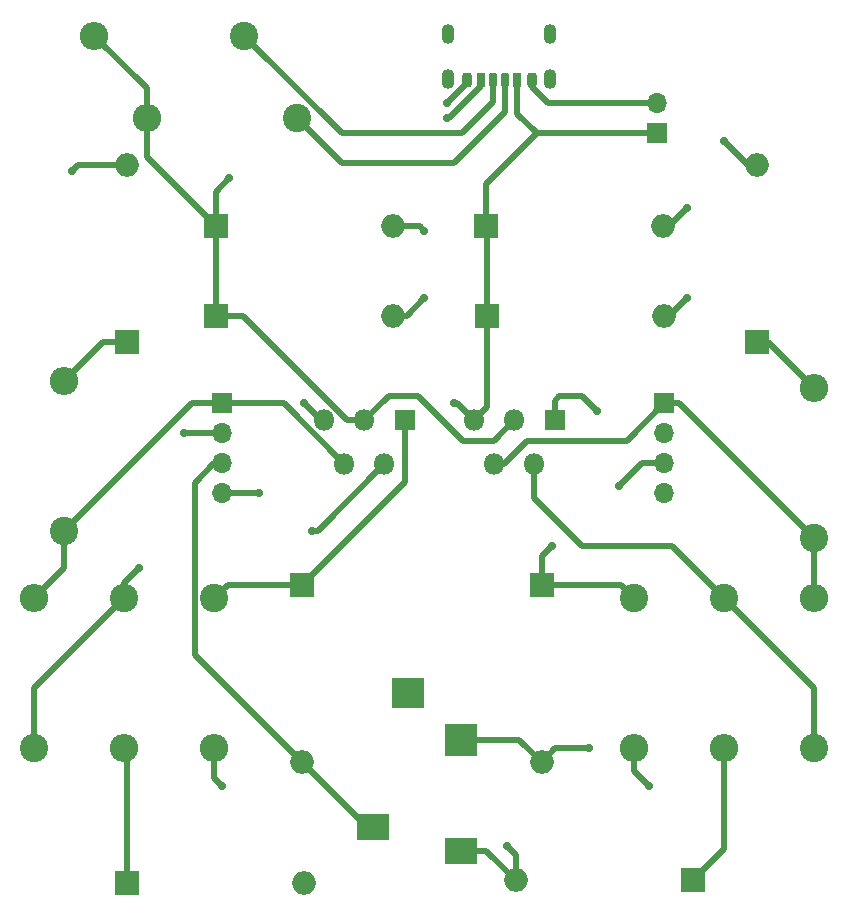
<source format=gbr>
%TF.GenerationSoftware,KiCad,Pcbnew,7.0.11-2.fc39*%
%TF.CreationDate,2024-04-27T19:47:06+02:00*%
%TF.ProjectId,tda2050-devboard,74646132-3035-4302-9d64-6576626f6172,rev?*%
%TF.SameCoordinates,Original*%
%TF.FileFunction,Copper,L1,Top*%
%TF.FilePolarity,Positive*%
%FSLAX46Y46*%
G04 Gerber Fmt 4.6, Leading zero omitted, Abs format (unit mm)*
G04 Created by KiCad (PCBNEW 7.0.11-2.fc39) date 2024-04-27 19:47:06*
%MOMM*%
%LPD*%
G01*
G04 APERTURE LIST*
G04 Aperture macros list*
%AMRoundRect*
0 Rectangle with rounded corners*
0 $1 Rounding radius*
0 $2 $3 $4 $5 $6 $7 $8 $9 X,Y pos of 4 corners*
0 Add a 4 corners polygon primitive as box body*
4,1,4,$2,$3,$4,$5,$6,$7,$8,$9,$2,$3,0*
0 Add four circle primitives for the rounded corners*
1,1,$1+$1,$2,$3*
1,1,$1+$1,$4,$5*
1,1,$1+$1,$6,$7*
1,1,$1+$1,$8,$9*
0 Add four rect primitives between the rounded corners*
20,1,$1+$1,$2,$3,$4,$5,0*
20,1,$1+$1,$4,$5,$6,$7,0*
20,1,$1+$1,$6,$7,$8,$9,0*
20,1,$1+$1,$8,$9,$2,$3,0*%
G04 Aperture macros list end*
%TA.AperFunction,SMDPad,CuDef*%
%ADD10RoundRect,0.175000X0.175000X0.425000X-0.175000X0.425000X-0.175000X-0.425000X0.175000X-0.425000X0*%
%TD*%
%TA.AperFunction,SMDPad,CuDef*%
%ADD11RoundRect,0.190000X-0.190000X-0.410000X0.190000X-0.410000X0.190000X0.410000X-0.190000X0.410000X0*%
%TD*%
%TA.AperFunction,SMDPad,CuDef*%
%ADD12RoundRect,0.200000X-0.200000X-0.400000X0.200000X-0.400000X0.200000X0.400000X-0.200000X0.400000X0*%
%TD*%
%TA.AperFunction,SMDPad,CuDef*%
%ADD13RoundRect,0.175000X-0.175000X-0.425000X0.175000X-0.425000X0.175000X0.425000X-0.175000X0.425000X0*%
%TD*%
%TA.AperFunction,SMDPad,CuDef*%
%ADD14RoundRect,0.190000X0.190000X0.410000X-0.190000X0.410000X-0.190000X-0.410000X0.190000X-0.410000X0*%
%TD*%
%TA.AperFunction,SMDPad,CuDef*%
%ADD15RoundRect,0.200000X0.200000X0.400000X-0.200000X0.400000X-0.200000X-0.400000X0.200000X-0.400000X0*%
%TD*%
%TA.AperFunction,ComponentPad*%
%ADD16O,1.100000X1.700000*%
%TD*%
%TA.AperFunction,ComponentPad*%
%ADD17O,1.800000X1.800000*%
%TD*%
%TA.AperFunction,ComponentPad*%
%ADD18R,1.800000X1.800000*%
%TD*%
%TA.AperFunction,ComponentPad*%
%ADD19C,2.400000*%
%TD*%
%TA.AperFunction,ComponentPad*%
%ADD20O,2.400000X2.400000*%
%TD*%
%TA.AperFunction,SMDPad,CuDef*%
%ADD21R,2.800000X2.200000*%
%TD*%
%TA.AperFunction,SMDPad,CuDef*%
%ADD22R,2.800000X2.800000*%
%TD*%
%TA.AperFunction,SMDPad,CuDef*%
%ADD23R,2.800000X2.600000*%
%TD*%
%TA.AperFunction,ComponentPad*%
%ADD24R,1.700000X1.700000*%
%TD*%
%TA.AperFunction,ComponentPad*%
%ADD25O,1.700000X1.700000*%
%TD*%
%TA.AperFunction,ComponentPad*%
%ADD26O,2.000000X2.000000*%
%TD*%
%TA.AperFunction,ComponentPad*%
%ADD27R,2.000000X2.000000*%
%TD*%
%TA.AperFunction,ViaPad*%
%ADD28C,0.700000*%
%TD*%
%TA.AperFunction,Conductor*%
%ADD29C,0.500000*%
%TD*%
G04 APERTURE END LIST*
D10*
%TO.P,J5,A5,CC1*%
%TO.N,Net-(J5-CC1)*%
X158615000Y-65945000D03*
D11*
%TO.P,J5,A9,VBUS*%
%TO.N,/VS+*%
X156595000Y-65945000D03*
D12*
%TO.P,J5,A12,GND*%
%TO.N,/VS-*%
X155365000Y-65945000D03*
D13*
%TO.P,J5,B5,CC2*%
%TO.N,Net-(J5-CC2)*%
X157615000Y-65945000D03*
D14*
%TO.P,J5,B9,VBUS*%
%TO.N,/VS+*%
X159635000Y-65945000D03*
D15*
%TO.P,J5,B12,GND*%
%TO.N,/VS-*%
X160865000Y-65945000D03*
D16*
%TO.P,J5,S1,SHIELD*%
%TO.N,unconnected-(J5-SHIELD-PadS1)*%
X162435000Y-65865000D03*
X162435000Y-62065000D03*
X153795000Y-65865000D03*
X153795000Y-62065000D03*
%TD*%
D17*
%TO.P,U2,5,+Vs*%
%TO.N,/VS+*%
X155985000Y-94775000D03*
%TO.P,U2,4*%
%TO.N,/SPEAKER_LEFT+*%
X157685000Y-98475000D03*
%TO.P,U2,3,-Vs*%
%TO.N,/VS-*%
X159385000Y-94775000D03*
%TO.P,U2,2,-*%
%TO.N,Net-(U2--)*%
X161085000Y-98475000D03*
D18*
%TO.P,U2,1,+*%
%TO.N,Net-(U2-+)*%
X162785000Y-94775000D03*
%TD*%
D17*
%TO.P,U1,5,+Vs*%
%TO.N,/VS+*%
X143285000Y-94775000D03*
%TO.P,U1,4*%
%TO.N,/SPEAKER_RIGHT+*%
X144985000Y-98475000D03*
%TO.P,U1,3,-Vs*%
%TO.N,/VS-*%
X146685000Y-94775000D03*
%TO.P,U1,2,-*%
%TO.N,Net-(U1--)*%
X148385000Y-98475000D03*
D18*
%TO.P,U1,1,+*%
%TO.N,Net-(U1-+)*%
X150085000Y-94775000D03*
%TD*%
D19*
%TO.P,R10-22k,1*%
%TO.N,Net-(J5-CC1)*%
X140970000Y-69215000D03*
D20*
%TO.P,R10-22k,2*%
%TO.N,/VS-*%
X128270000Y-69215000D03*
%TD*%
D19*
%TO.P,R9-22k,1*%
%TO.N,Net-(J5-CC2)*%
X136525000Y-62230000D03*
D20*
%TO.P,R9-22k,2*%
%TO.N,/VS-*%
X123825000Y-62230000D03*
%TD*%
D19*
%TO.P,R8-2.2,1*%
%TO.N,/SPEAKER_LEFT+*%
X184785000Y-104775000D03*
D20*
%TO.P,R8-2.2,2*%
%TO.N,Net-(C14-Pad1)*%
X184785000Y-92075000D03*
%TD*%
%TO.P,R7-22k,2*%
%TO.N,/SPEAKER_LEFT+*%
X184785000Y-109855000D03*
D19*
%TO.P,R7-22k,1*%
%TO.N,Net-(U2--)*%
X184785000Y-122555000D03*
%TD*%
D20*
%TO.P,R6-680,2*%
%TO.N,Net-(C9-Pad1)*%
X177165000Y-122555000D03*
D19*
%TO.P,R6-680,1*%
%TO.N,Net-(U2--)*%
X177165000Y-109855000D03*
%TD*%
D20*
%TO.P,R5-22k,2*%
%TO.N,GND*%
X169545000Y-122555000D03*
D19*
%TO.P,R5-22k,1*%
%TO.N,Net-(U2-+)*%
X169545000Y-109855000D03*
%TD*%
%TO.P,R4-22k,1*%
%TO.N,Net-(U1-+)*%
X133985000Y-109855000D03*
D20*
%TO.P,R4-22k,2*%
%TO.N,GND*%
X133985000Y-122555000D03*
%TD*%
D19*
%TO.P,R3-680,1*%
%TO.N,Net-(U1--)*%
X126365000Y-109855000D03*
D20*
%TO.P,R3-680,2*%
%TO.N,Net-(C4-Pad1)*%
X126365000Y-122555000D03*
%TD*%
%TO.P,R2-22k,2*%
%TO.N,/SPEAKER_RIGHT+*%
X118745000Y-109855000D03*
D19*
%TO.P,R2-22k,1*%
%TO.N,Net-(U1--)*%
X118745000Y-122555000D03*
%TD*%
%TO.P,R1-2.2,1*%
%TO.N,/SPEAKER_RIGHT+*%
X121285000Y-104140000D03*
D20*
%TO.P,R1-2.2,2*%
%TO.N,Net-(C7-Pad1)*%
X121285000Y-91440000D03*
%TD*%
D21*
%TO.P,J4,R*%
%TO.N,/IN_RIGHT*%
X147430000Y-129235000D03*
%TO.P,J4,S*%
%TO.N,GND*%
X154830000Y-131235000D03*
D22*
%TO.P,J4,T*%
%TO.N,/IN_LEFT*%
X154830000Y-121835000D03*
D23*
%TO.P,J4,TN*%
%TO.N,N/C*%
X150380000Y-117835000D03*
%TD*%
D24*
%TO.P,J3,1,Pin_1*%
%TO.N,/SPEAKER_LEFT+*%
X172085000Y-93345000D03*
D25*
%TO.P,J3,2,Pin_2*%
%TO.N,GND*%
X172085000Y-95885000D03*
%TO.P,J3,3,Pin_3*%
%TO.N,/IN_LEFT*%
X172085000Y-98425000D03*
%TO.P,J3,4,Pin_4*%
%TO.N,GND*%
X172085000Y-100965000D03*
%TD*%
%TO.P,J2,2,Pin_2*%
%TO.N,/VS-*%
X171450000Y-67945000D03*
D24*
%TO.P,J2,1,Pin_1*%
%TO.N,/VS+*%
X171450000Y-70485000D03*
%TD*%
%TO.P,J1,1,Pin_1*%
%TO.N,/SPEAKER_RIGHT+*%
X134620000Y-93345000D03*
D25*
%TO.P,J1,2,Pin_2*%
%TO.N,GND*%
X134620000Y-95885000D03*
%TO.P,J1,3,Pin_3*%
%TO.N,/IN_RIGHT*%
X134620000Y-98425000D03*
%TO.P,J1,4,Pin_4*%
%TO.N,GND*%
X134620000Y-100965000D03*
%TD*%
D26*
%TO.P,C14-0.47u,2*%
%TO.N,GND*%
X179947500Y-73145000D03*
D27*
%TO.P,C14-0.47u,1*%
%TO.N,Net-(C14-Pad1)*%
X179947500Y-88145000D03*
%TD*%
D26*
%TO.P,C9-22u,2*%
%TO.N,GND*%
X159505000Y-133742500D03*
D27*
%TO.P,C9-22u,1*%
%TO.N,Net-(C9-Pad1)*%
X174505000Y-133742500D03*
%TD*%
%TO.P,C8-100n,1*%
%TO.N,/VS-*%
X134105000Y-85967500D03*
D26*
%TO.P,C8-100n,2*%
%TO.N,GND*%
X149105000Y-85967500D03*
%TD*%
%TO.P,C7-0.47u,2*%
%TO.N,GND*%
X126607500Y-73145000D03*
D27*
%TO.P,C7-0.47u,1*%
%TO.N,Net-(C7-Pad1)*%
X126607500Y-88145000D03*
%TD*%
%TO.P,C6-1u,1*%
%TO.N,Net-(U2-+)*%
X161682500Y-108705000D03*
D26*
%TO.P,C6-1u,2*%
%TO.N,/IN_LEFT*%
X161682500Y-123705000D03*
%TD*%
D27*
%TO.P,C5-220u,1*%
%TO.N,/VS-*%
X134105000Y-78347500D03*
D26*
%TO.P,C5-220u,2*%
%TO.N,GND*%
X149105000Y-78347500D03*
%TD*%
%TO.P,C4-22u,2*%
%TO.N,GND*%
X141605000Y-133985000D03*
D27*
%TO.P,C4-22u,1*%
%TO.N,Net-(C4-Pad1)*%
X126605000Y-133985000D03*
%TD*%
D26*
%TO.P,C3-1u,2*%
%TO.N,/IN_RIGHT*%
X141362500Y-123705000D03*
D27*
%TO.P,C3-1u,1*%
%TO.N,Net-(U1-+)*%
X141362500Y-108705000D03*
%TD*%
%TO.P,C2-100n,1*%
%TO.N,/VS+*%
X156965000Y-78347500D03*
D26*
%TO.P,C2-100n,2*%
%TO.N,GND*%
X171965000Y-78347500D03*
%TD*%
%TO.P,C1-220u,2*%
%TO.N,GND*%
X172085000Y-85967500D03*
D27*
%TO.P,C1-220u,1*%
%TO.N,/VS+*%
X157085000Y-85967500D03*
%TD*%
D28*
%TO.N,Net-(U2-+)*%
X166370000Y-93980000D03*
X162560000Y-105410000D03*
%TO.N,/IN_LEFT*%
X165735000Y-122555000D03*
X168275000Y-100330000D03*
%TO.N,/VS+*%
X154305000Y-93345000D03*
X141605000Y-93345000D03*
%TO.N,GND*%
X177165000Y-71120000D03*
X173990000Y-84455000D03*
X173990000Y-76835000D03*
X151765000Y-84455000D03*
X151765000Y-78740000D03*
X121920000Y-73660000D03*
%TO.N,/VS-*%
X135255000Y-74295000D03*
%TO.N,GND*%
X137795000Y-100965000D03*
X131445000Y-95885000D03*
X158750000Y-130810000D03*
X170815000Y-125730000D03*
X134620000Y-125730000D03*
%TO.N,Net-(U1--)*%
X142240000Y-104140000D03*
X127635000Y-107315000D03*
%TO.N,/VS+*%
X153670000Y-69215000D03*
%TO.N,/VS-*%
X153670000Y-67945000D03*
%TD*%
D29*
%TO.N,/SPEAKER_LEFT+*%
X172085000Y-93345000D02*
X168910000Y-96520000D01*
X168910000Y-96520000D02*
X160465000Y-96520000D01*
X158510000Y-98475000D02*
X157685000Y-98475000D01*
X160465000Y-96520000D02*
X158510000Y-98475000D01*
%TO.N,Net-(U2-+)*%
X163195000Y-92710000D02*
X162785000Y-93120000D01*
X161682500Y-106287500D02*
X162560000Y-105410000D01*
X166370000Y-93980000D02*
X165100000Y-92710000D01*
X165100000Y-92710000D02*
X163195000Y-92710000D01*
X161682500Y-108705000D02*
X161682500Y-106287500D01*
X162785000Y-93120000D02*
X162785000Y-94775000D01*
%TO.N,Net-(C14-Pad1)*%
X179947500Y-88145000D02*
X180855000Y-88145000D01*
X180855000Y-88145000D02*
X184785000Y-92075000D01*
%TO.N,/VS+*%
X156965000Y-78347500D02*
X156965000Y-74810000D01*
X156965000Y-74810000D02*
X161290000Y-70485000D01*
X161290000Y-70485000D02*
X171450000Y-70485000D01*
X159635000Y-68830000D02*
X161290000Y-70485000D01*
X159635000Y-65945000D02*
X159635000Y-68830000D01*
%TO.N,/VS-*%
X136386689Y-85967500D02*
X145194189Y-94775000D01*
%TO.N,Net-(U2-+)*%
X161682500Y-108705000D02*
X168395000Y-108705000D01*
X168395000Y-108705000D02*
X169545000Y-109855000D01*
%TO.N,/SPEAKER_RIGHT+*%
X134620000Y-93345000D02*
X132080000Y-93345000D01*
X132080000Y-93345000D02*
X121285000Y-104140000D01*
%TO.N,/IN_LEFT*%
X165735000Y-122555000D02*
X162832500Y-122555000D01*
X172085000Y-98425000D02*
X170180000Y-98425000D01*
X170180000Y-98425000D02*
X168275000Y-100330000D01*
X162832500Y-122555000D02*
X161682500Y-123705000D01*
%TO.N,Net-(C9-Pad1)*%
X177165000Y-122555000D02*
X177165000Y-131082500D01*
X177165000Y-131082500D02*
X174505000Y-133742500D01*
%TO.N,Net-(U2--)*%
X177165000Y-109855000D02*
X184785000Y-117475000D01*
X184785000Y-117475000D02*
X184785000Y-122555000D01*
X161085000Y-101395000D02*
X165100000Y-105410000D01*
X161085000Y-98475000D02*
X161085000Y-101395000D01*
X165100000Y-105410000D02*
X172720000Y-105410000D01*
X172720000Y-105410000D02*
X177165000Y-109855000D01*
%TO.N,/VS-*%
X159385000Y-94775000D02*
X157640000Y-96520000D01*
X157640000Y-96520000D02*
X155052500Y-96520000D01*
X155052500Y-96520000D02*
X151242500Y-92710000D01*
X151242500Y-92710000D02*
X148750000Y-92710000D01*
X148750000Y-92710000D02*
X146685000Y-94775000D01*
%TO.N,/VS+*%
X143285000Y-94775000D02*
X143035000Y-94775000D01*
X154305000Y-93345000D02*
X154555000Y-93345000D01*
X143035000Y-94775000D02*
X141605000Y-93345000D01*
X154555000Y-93345000D02*
X155985000Y-94775000D01*
%TO.N,/SPEAKER_LEFT+*%
X184785000Y-104775000D02*
X173355000Y-93345000D01*
X173355000Y-93345000D02*
X172085000Y-93345000D01*
X184785000Y-104775000D02*
X184785000Y-109855000D01*
%TO.N,GND*%
X179190000Y-73145000D02*
X177165000Y-71120000D01*
X179947500Y-73145000D02*
X179190000Y-73145000D01*
X172477500Y-85967500D02*
X173990000Y-84455000D01*
X172085000Y-85967500D02*
X172477500Y-85967500D01*
X172477500Y-78347500D02*
X173990000Y-76835000D01*
X171965000Y-78347500D02*
X172477500Y-78347500D01*
X150252500Y-85967500D02*
X151765000Y-84455000D01*
X149105000Y-85967500D02*
X150252500Y-85967500D01*
X151372500Y-78347500D02*
X151765000Y-78740000D01*
X149105000Y-78347500D02*
X151372500Y-78347500D01*
X122435000Y-73145000D02*
X121920000Y-73660000D01*
X126607500Y-73145000D02*
X122435000Y-73145000D01*
%TO.N,/VS-*%
X134105000Y-78347500D02*
X134105000Y-75445000D01*
X134105000Y-75445000D02*
X135255000Y-74295000D01*
X128270000Y-69215000D02*
X128270000Y-72512500D01*
X128270000Y-72512500D02*
X134105000Y-78347500D01*
X123825000Y-62230000D02*
X128270000Y-66675000D01*
X128270000Y-66675000D02*
X128270000Y-69215000D01*
%TO.N,GND*%
X134620000Y-100965000D02*
X137795000Y-100965000D01*
X134620000Y-95885000D02*
X131445000Y-95885000D01*
X159505000Y-131565000D02*
X158750000Y-130810000D01*
X159505000Y-133742500D02*
X159505000Y-131565000D01*
X169545000Y-124460000D02*
X170815000Y-125730000D01*
X169545000Y-122555000D02*
X169545000Y-124460000D01*
X133985000Y-125095000D02*
X134620000Y-125730000D01*
X133985000Y-122555000D02*
X133985000Y-125095000D01*
%TO.N,Net-(U1--)*%
X126365000Y-109855000D02*
X126365000Y-108585000D01*
X126365000Y-108585000D02*
X127635000Y-107315000D01*
X142240000Y-104140000D02*
X142720000Y-104140000D01*
X142720000Y-104140000D02*
X148385000Y-98475000D01*
%TO.N,/VS+*%
X156595000Y-65945000D02*
X156595000Y-66448750D01*
X156595000Y-66448750D02*
X153828750Y-69215000D01*
X153828750Y-69215000D02*
X153670000Y-69215000D01*
%TO.N,Net-(J5-CC2)*%
X157615000Y-65945000D02*
X157615000Y-67810000D01*
X157615000Y-67810000D02*
X154940000Y-70485000D01*
X144780000Y-70485000D02*
X136525000Y-62230000D01*
X154940000Y-70485000D02*
X144780000Y-70485000D01*
%TO.N,Net-(J5-CC1)*%
X158615000Y-65945000D02*
X158615000Y-68715000D01*
X158615000Y-68715000D02*
X154305000Y-73025000D01*
X154305000Y-73025000D02*
X144780000Y-73025000D01*
X144780000Y-73025000D02*
X140970000Y-69215000D01*
%TO.N,/VS-*%
X155365000Y-66250000D02*
X153670000Y-67945000D01*
X155365000Y-65945000D02*
X155365000Y-66250000D01*
%TO.N,Net-(C7-Pad1)*%
X121285000Y-91440000D02*
X124580000Y-88145000D01*
X124580000Y-88145000D02*
X126607500Y-88145000D01*
%TO.N,/SPEAKER_RIGHT+*%
X134620000Y-93345000D02*
X139855000Y-93345000D01*
X139855000Y-93345000D02*
X144985000Y-98475000D01*
%TO.N,/VS-*%
X145194189Y-94775000D02*
X146685000Y-94775000D01*
X134105000Y-85967500D02*
X136386689Y-85967500D01*
%TO.N,/IN_RIGHT*%
X133985000Y-98425000D02*
X132335000Y-100075000D01*
X132335000Y-100075000D02*
X132335000Y-114677500D01*
X132335000Y-114677500D02*
X141362500Y-123705000D01*
%TO.N,Net-(U1-+)*%
X141362500Y-108705000D02*
X150085000Y-99982500D01*
X150085000Y-99982500D02*
X150085000Y-94775000D01*
X141362500Y-108705000D02*
X135135000Y-108705000D01*
X135135000Y-108705000D02*
X133985000Y-109855000D01*
%TO.N,/SPEAKER_RIGHT+*%
X118745000Y-109855000D02*
X121285000Y-107315000D01*
X121285000Y-107315000D02*
X121285000Y-104775000D01*
%TO.N,Net-(U1--)*%
X118745000Y-122555000D02*
X118745000Y-117475000D01*
X118745000Y-117475000D02*
X126365000Y-109855000D01*
%TO.N,Net-(C4-Pad1)*%
X126605000Y-133985000D02*
X126605000Y-122795000D01*
X126605000Y-122795000D02*
X126365000Y-122555000D01*
%TO.N,GND*%
X154830000Y-131235000D02*
X156997500Y-131235000D01*
X156997500Y-131235000D02*
X159505000Y-133742500D01*
%TO.N,/IN_LEFT*%
X154830000Y-121835000D02*
X159812500Y-121835000D01*
X159812500Y-121835000D02*
X161682500Y-123705000D01*
%TO.N,/IN_RIGHT*%
X141362500Y-123705000D02*
X146892500Y-129235000D01*
X146892500Y-129235000D02*
X147430000Y-129235000D01*
%TO.N,/VS+*%
X157085000Y-85967500D02*
X157085000Y-93675000D01*
X157085000Y-93675000D02*
X155985000Y-94775000D01*
X157085000Y-85967500D02*
X156845000Y-86207500D01*
%TO.N,/VS-*%
X134105000Y-78347500D02*
X134105000Y-85967500D01*
%TO.N,/VS+*%
X157085000Y-85967500D02*
X157085000Y-78467500D01*
X157085000Y-78467500D02*
X156965000Y-78347500D01*
%TO.N,/VS-*%
X160865000Y-65945000D02*
X160865000Y-66545000D01*
X160865000Y-66545000D02*
X162265000Y-67945000D01*
X162265000Y-67945000D02*
X171450000Y-67945000D01*
%TD*%
M02*

</source>
